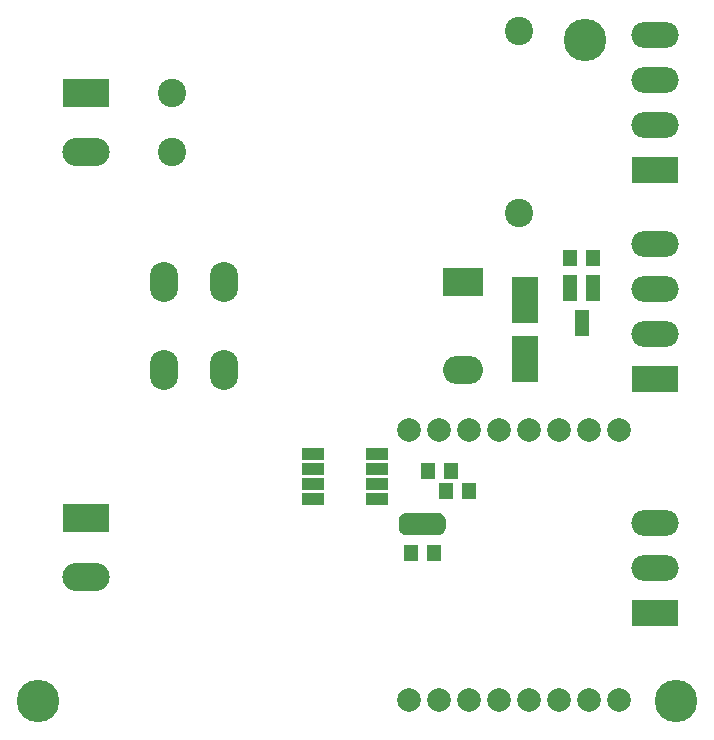
<source format=gts>
G04 #@! TF.GenerationSoftware,KiCad,Pcbnew,5.0-dev-unknown-9241a39~61~ubuntu17.10.1*
G04 #@! TF.CreationDate,2018-04-12T19:06:24+02:00*
G04 #@! TF.ProjectId,power_monitor,706F7765725F6D6F6E69746F722E6B69,rev?*
G04 #@! TF.SameCoordinates,Original*
G04 #@! TF.FileFunction,Soldermask,Top*
G04 #@! TF.FilePolarity,Negative*
%FSLAX46Y46*%
G04 Gerber Fmt 4.6, Leading zero omitted, Abs format (unit mm)*
G04 Created by KiCad (PCBNEW 5.0-dev-unknown-9241a39~61~ubuntu17.10.1) date Thu Apr 12 19:06:24 2018*
%MOMM*%
%LPD*%
G01*
G04 APERTURE LIST*
%ADD10C,2.400000*%
%ADD11C,3.600000*%
%ADD12R,1.245000X1.400000*%
%ADD13C,0.100000*%
%ADD14C,1.400000*%
%ADD15R,0.900000X1.900000*%
%ADD16R,1.400000X1.900000*%
%ADD17R,0.900000X0.800000*%
%ADD18R,3.400000X2.400000*%
%ADD19O,3.400000X2.400000*%
%ADD20O,2.400000X3.400000*%
%ADD21R,1.200000X2.300000*%
%ADD22C,2.000000*%
%ADD23R,1.950000X1.000000*%
%ADD24R,4.000000X2.200000*%
%ADD25O,4.000000X2.200000*%
%ADD26R,4.000000X2.400000*%
%ADD27O,4.000000X2.400000*%
%ADD28R,2.200000X3.900000*%
G04 APERTURE END LIST*
D10*
X56300000Y-43500000D03*
X56300000Y-48500000D03*
X85700000Y-38300000D03*
X85700000Y-53700000D03*
D11*
X45000000Y-95000000D03*
X99000000Y-95000000D03*
X91250000Y-39000000D03*
D12*
X78462500Y-82500000D03*
X76537500Y-82500000D03*
D13*
G36*
X78868613Y-79053371D02*
X78936564Y-79063450D01*
X79003200Y-79080142D01*
X79067879Y-79103284D01*
X79129979Y-79132655D01*
X79188900Y-79167971D01*
X79244076Y-79208893D01*
X79294976Y-79255025D01*
X79341108Y-79305925D01*
X79382030Y-79361101D01*
X79417346Y-79420022D01*
X79446717Y-79482122D01*
X79469859Y-79546801D01*
X79486551Y-79613437D01*
X79496630Y-79681388D01*
X79500001Y-79750000D01*
X79500001Y-80250000D01*
X79496630Y-80318612D01*
X79486551Y-80386563D01*
X79469859Y-80453199D01*
X79446717Y-80517878D01*
X79417346Y-80579978D01*
X79382030Y-80638899D01*
X79341108Y-80694075D01*
X79294976Y-80744975D01*
X79244076Y-80791107D01*
X79188900Y-80832029D01*
X79129979Y-80867345D01*
X79067879Y-80896716D01*
X79003200Y-80919858D01*
X78936564Y-80936550D01*
X78868613Y-80946629D01*
X78800001Y-80950000D01*
X78799999Y-80950000D01*
X78731387Y-80946629D01*
X78663436Y-80936550D01*
X78596800Y-80919858D01*
X78532121Y-80896716D01*
X78470021Y-80867345D01*
X78411100Y-80832029D01*
X78355924Y-80791107D01*
X78305024Y-80744975D01*
X78258892Y-80694075D01*
X78217970Y-80638899D01*
X78182654Y-80579978D01*
X78153283Y-80517878D01*
X78130141Y-80453199D01*
X78113449Y-80386563D01*
X78103370Y-80318612D01*
X78099999Y-80250000D01*
X78099999Y-79750000D01*
X78103370Y-79681388D01*
X78113449Y-79613437D01*
X78130141Y-79546801D01*
X78153283Y-79482122D01*
X78182654Y-79420022D01*
X78217970Y-79361101D01*
X78258892Y-79305925D01*
X78305024Y-79255025D01*
X78355924Y-79208893D01*
X78411100Y-79167971D01*
X78470021Y-79132655D01*
X78532121Y-79103284D01*
X78596800Y-79080142D01*
X78663436Y-79063450D01*
X78731387Y-79053371D01*
X78799999Y-79050000D01*
X78800001Y-79050000D01*
X78868613Y-79053371D01*
X78868613Y-79053371D01*
G37*
D14*
X78800000Y-80000000D03*
D15*
X78500000Y-80000000D03*
D16*
X77500000Y-80000000D03*
D13*
G36*
X76268613Y-79053371D02*
X76336564Y-79063450D01*
X76403200Y-79080142D01*
X76467879Y-79103284D01*
X76529979Y-79132655D01*
X76588900Y-79167971D01*
X76644076Y-79208893D01*
X76694976Y-79255025D01*
X76741108Y-79305925D01*
X76782030Y-79361101D01*
X76817346Y-79420022D01*
X76846717Y-79482122D01*
X76869859Y-79546801D01*
X76886551Y-79613437D01*
X76896630Y-79681388D01*
X76900001Y-79750000D01*
X76900001Y-80250000D01*
X76896630Y-80318612D01*
X76886551Y-80386563D01*
X76869859Y-80453199D01*
X76846717Y-80517878D01*
X76817346Y-80579978D01*
X76782030Y-80638899D01*
X76741108Y-80694075D01*
X76694976Y-80744975D01*
X76644076Y-80791107D01*
X76588900Y-80832029D01*
X76529979Y-80867345D01*
X76467879Y-80896716D01*
X76403200Y-80919858D01*
X76336564Y-80936550D01*
X76268613Y-80946629D01*
X76200001Y-80950000D01*
X76199999Y-80950000D01*
X76131387Y-80946629D01*
X76063436Y-80936550D01*
X75996800Y-80919858D01*
X75932121Y-80896716D01*
X75870021Y-80867345D01*
X75811100Y-80832029D01*
X75755924Y-80791107D01*
X75705024Y-80744975D01*
X75658892Y-80694075D01*
X75617970Y-80638899D01*
X75582654Y-80579978D01*
X75553283Y-80517878D01*
X75530141Y-80453199D01*
X75513449Y-80386563D01*
X75503370Y-80318612D01*
X75499999Y-80250000D01*
X75499999Y-79750000D01*
X75503370Y-79681388D01*
X75513449Y-79613437D01*
X75530141Y-79546801D01*
X75553283Y-79482122D01*
X75582654Y-79420022D01*
X75617970Y-79361101D01*
X75658892Y-79305925D01*
X75705024Y-79255025D01*
X75755924Y-79208893D01*
X75811100Y-79167971D01*
X75870021Y-79132655D01*
X75932121Y-79103284D01*
X75996800Y-79080142D01*
X76063436Y-79063450D01*
X76131387Y-79053371D01*
X76199999Y-79050000D01*
X76200001Y-79050000D01*
X76268613Y-79053371D01*
X76268613Y-79053371D01*
G37*
D14*
X76200000Y-80000000D03*
D15*
X76500000Y-80000000D03*
D17*
X78150000Y-80400000D03*
X78150000Y-79600000D03*
D18*
X81000000Y-59500000D03*
D19*
X81000000Y-67000000D03*
D20*
X60700000Y-59500000D03*
X55660000Y-67000000D03*
X60700000Y-67000000D03*
X55660000Y-59500000D03*
D21*
X91950000Y-60000000D03*
X90050000Y-60000000D03*
X91000000Y-63000000D03*
D12*
X91962500Y-57500000D03*
X90037500Y-57500000D03*
D22*
X94140000Y-94930000D03*
X91600000Y-94930000D03*
X89060000Y-94930000D03*
X86520000Y-94930000D03*
X83980000Y-94930000D03*
X81440000Y-94930000D03*
X78900000Y-94930000D03*
X76360000Y-94930000D03*
X76360000Y-72070000D03*
X78900000Y-72070000D03*
X81440000Y-72070000D03*
X83980000Y-72070000D03*
X86520000Y-72070000D03*
X89060000Y-72070000D03*
X91600000Y-72070000D03*
X94140000Y-72070000D03*
D23*
X68300000Y-74095000D03*
X68300000Y-75365000D03*
X68300000Y-76635000D03*
X68300000Y-77905000D03*
X73700000Y-77905000D03*
X73700000Y-76635000D03*
X73700000Y-75365000D03*
X73700000Y-74095000D03*
D12*
X78037500Y-75500000D03*
X79962500Y-75500000D03*
X79537500Y-77250000D03*
X81462500Y-77250000D03*
D24*
X97250000Y-67750000D03*
D25*
X97250000Y-63940000D03*
X97250000Y-60130000D03*
X97250000Y-56320000D03*
X97250000Y-38570000D03*
X97250000Y-42380000D03*
X97250000Y-46190000D03*
D24*
X97250000Y-50000000D03*
X97250000Y-87500000D03*
D25*
X97250000Y-83690000D03*
X97250000Y-79880000D03*
D26*
X49000000Y-43500000D03*
D27*
X49000000Y-48500000D03*
X49000000Y-84500000D03*
D26*
X49000000Y-79500000D03*
D28*
X86250000Y-66000000D03*
X86250000Y-61000000D03*
M02*

</source>
